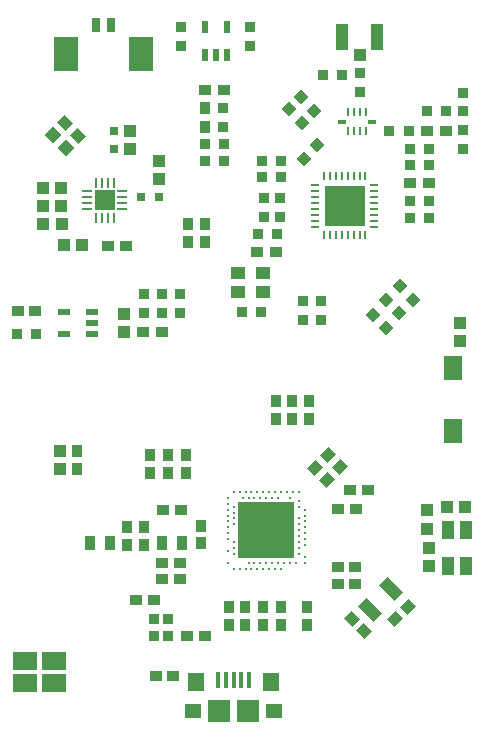
<source format=gtp>
G04 Layer_Color=8421504*
%FSLAX25Y25*%
%MOIN*%
G70*
G01*
G75*
%ADD10R,0.04134X0.03543*%
%ADD11R,0.06299X0.07874*%
%ADD12R,0.03740X0.03543*%
%ADD13R,0.03937X0.04134*%
%ADD14R,0.03543X0.04134*%
%ADD15R,0.04331X0.05905*%
%ADD16R,0.03150X0.01181*%
%ADD17R,0.00984X0.03150*%
%ADD18R,0.01575X0.05315*%
%ADD19R,0.05512X0.06299*%
%ADD20R,0.05709X0.05118*%
%ADD21R,0.07480X0.07480*%
%ADD22R,0.03150X0.03150*%
G04:AMPARAMS|DCode=23|XSize=35.43mil|YSize=41.34mil|CornerRadius=0mil|HoleSize=0mil|Usage=FLASHONLY|Rotation=315.000|XOffset=0mil|YOffset=0mil|HoleType=Round|Shape=Rectangle|*
%AMROTATEDRECTD23*
4,1,4,-0.02714,-0.00209,0.00209,0.02714,0.02714,0.00209,-0.00209,-0.02714,-0.02714,-0.00209,0.0*
%
%ADD23ROTATEDRECTD23*%

%ADD24R,0.03937X0.03740*%
%ADD25R,0.13386X0.13583*%
%ADD26O,0.03150X0.00787*%
%ADD27O,0.00787X0.03150*%
%ADD28R,0.04134X0.08661*%
%ADD29R,0.03937X0.03937*%
%ADD30R,0.02362X0.04331*%
%ADD31R,0.03543X0.03740*%
%ADD32R,0.04134X0.03937*%
G04:AMPARAMS|DCode=33|XSize=35.43mil|YSize=37.4mil|CornerRadius=0mil|HoleSize=0mil|Usage=FLASHONLY|Rotation=225.000|XOffset=0mil|YOffset=0mil|HoleType=Round|Shape=Rectangle|*
%AMROTATEDRECTD33*
4,1,4,-0.00070,0.02575,0.02575,-0.00070,0.00070,-0.02575,-0.02575,0.00070,-0.00070,0.02575,0.0*
%
%ADD33ROTATEDRECTD33*%

G04:AMPARAMS|DCode=34|XSize=35.43mil|YSize=37.4mil|CornerRadius=0mil|HoleSize=0mil|Usage=FLASHONLY|Rotation=315.000|XOffset=0mil|YOffset=0mil|HoleType=Round|Shape=Rectangle|*
%AMROTATEDRECTD34*
4,1,4,-0.02575,-0.00070,0.00070,0.02575,0.02575,0.00070,-0.00070,-0.02575,-0.02575,-0.00070,0.0*
%
%ADD34ROTATEDRECTD34*%

%ADD35R,0.03740X0.03937*%
%ADD36R,0.03661X0.04921*%
%ADD37R,0.03347X0.03740*%
G04:AMPARAMS|DCode=38|XSize=39.37mil|YSize=70.87mil|CornerRadius=0mil|HoleSize=0mil|Usage=FLASHONLY|Rotation=45.000|XOffset=0mil|YOffset=0mil|HoleType=Round|Shape=Rectangle|*
%AMROTATEDRECTD38*
4,1,4,0.01114,-0.03897,-0.03897,0.01114,-0.01114,0.03897,0.03897,-0.01114,0.01114,-0.03897,0.0*
%
%ADD38ROTATEDRECTD38*%

G04:AMPARAMS|DCode=39|XSize=35.43mil|YSize=41.34mil|CornerRadius=0mil|HoleSize=0mil|Usage=FLASHONLY|Rotation=225.000|XOffset=0mil|YOffset=0mil|HoleType=Round|Shape=Rectangle|*
%AMROTATEDRECTD39*
4,1,4,-0.00209,0.02714,0.02714,-0.00209,0.00209,-0.02714,-0.02714,0.00209,-0.00209,0.02714,0.0*
%
%ADD39ROTATEDRECTD39*%

%ADD40R,0.05118X0.04331*%
%ADD41R,0.03150X0.05118*%
%ADD42R,0.08268X0.11811*%
G04:AMPARAMS|DCode=43|XSize=39.37mil|YSize=41.34mil|CornerRadius=0mil|HoleSize=0mil|Usage=FLASHONLY|Rotation=225.000|XOffset=0mil|YOffset=0mil|HoleType=Round|Shape=Rectangle|*
%AMROTATEDRECTD43*
4,1,4,-0.00070,0.02854,0.02854,-0.00070,0.00070,-0.02854,-0.02854,0.00070,-0.00070,0.02854,0.0*
%
%ADD43ROTATEDRECTD43*%

%ADD44R,0.03150X0.03150*%
%ADD45R,0.00787X0.03347*%
%ADD46R,0.03347X0.00787*%
%ADD47R,0.06614X0.06614*%
%ADD48R,0.08031X0.06063*%
%ADD49R,0.03583X0.03780*%
%ADD50R,0.19095X0.19095*%
%ADD52R,0.04331X0.02362*%
%ADD85C,0.01181*%
D10*
X130622Y61231D02*
D03*
X124717D02*
D03*
X130830Y80524D02*
D03*
X124924D02*
D03*
X134829Y87024D02*
D03*
X128924D02*
D03*
X64047Y25000D02*
D03*
X69953D02*
D03*
X66597Y80150D02*
D03*
X72503D02*
D03*
X72003Y57150D02*
D03*
X66097D02*
D03*
X63503Y50150D02*
D03*
X57597D02*
D03*
X74597Y38150D02*
D03*
X80503D02*
D03*
X130622Y55574D02*
D03*
X124717D02*
D03*
X72003Y62650D02*
D03*
X66097D02*
D03*
X54003Y168150D02*
D03*
X48097D02*
D03*
X23953Y146500D02*
D03*
X18047D02*
D03*
D11*
X163050Y127780D02*
D03*
Y106520D02*
D03*
D12*
X99220Y146130D02*
D03*
X92921D02*
D03*
X99400Y191150D02*
D03*
X105700D02*
D03*
X104349Y172150D02*
D03*
X98050D02*
D03*
X148900Y183150D02*
D03*
X155200D02*
D03*
X148900Y177650D02*
D03*
X155200D02*
D03*
X148900Y195150D02*
D03*
X155200D02*
D03*
X155200Y200650D02*
D03*
X148900D02*
D03*
X160700Y213150D02*
D03*
X154400D02*
D03*
X119900Y225150D02*
D03*
X126200D02*
D03*
X99400Y196650D02*
D03*
X105700D02*
D03*
X86700D02*
D03*
X80400Y196650D02*
D03*
X86700Y202150D02*
D03*
X80400Y202150D02*
D03*
X17850Y139000D02*
D03*
X24150D02*
D03*
D13*
X32000Y93949D02*
D03*
Y100051D02*
D03*
X155050Y61599D02*
D03*
Y67701D02*
D03*
X154550Y80201D02*
D03*
Y74099D02*
D03*
X165550Y136599D02*
D03*
Y142701D02*
D03*
X65050Y196701D02*
D03*
Y190599D02*
D03*
X55550Y200497D02*
D03*
Y206599D02*
D03*
X53550Y139599D02*
D03*
Y145701D02*
D03*
D14*
X37950Y93897D02*
D03*
Y99803D02*
D03*
X80439Y175628D02*
D03*
Y169722D02*
D03*
X74964Y175689D02*
D03*
X74964Y169783D02*
D03*
X74050Y92697D02*
D03*
X74050Y98603D02*
D03*
X68050Y92697D02*
D03*
Y98603D02*
D03*
X62050Y92697D02*
D03*
Y98603D02*
D03*
X79050Y75103D02*
D03*
Y69197D02*
D03*
X114377Y42071D02*
D03*
Y47977D02*
D03*
X105877Y42071D02*
D03*
Y47977D02*
D03*
X99877Y42071D02*
D03*
Y47977D02*
D03*
X93877Y42071D02*
D03*
Y47977D02*
D03*
X88377Y42071D02*
D03*
Y47977D02*
D03*
X115050Y116603D02*
D03*
Y110697D02*
D03*
X109550Y116603D02*
D03*
Y110697D02*
D03*
X104050Y116603D02*
D03*
Y110697D02*
D03*
X60050Y74603D02*
D03*
Y68697D02*
D03*
X54550Y74603D02*
D03*
Y68697D02*
D03*
D15*
X161597Y73555D02*
D03*
X167503Y73555D02*
D03*
Y61744D02*
D03*
X161597D02*
D03*
D16*
X135971Y209650D02*
D03*
X126129D02*
D03*
D17*
X134003Y212800D02*
D03*
X132034D02*
D03*
X130066D02*
D03*
X128097D02*
D03*
X134003Y206500D02*
D03*
X132034D02*
D03*
X130066D02*
D03*
X128097D02*
D03*
D18*
X95118Y23766D02*
D03*
X92559D02*
D03*
X90000D02*
D03*
X87441D02*
D03*
X84882D02*
D03*
D19*
X102598Y22880D02*
D03*
X77402D02*
D03*
D20*
X76516Y13234D02*
D03*
X103484D02*
D03*
D21*
X85276D02*
D03*
X94724D02*
D03*
D22*
X50050Y206548D02*
D03*
X50050Y200642D02*
D03*
D23*
X121465Y98612D02*
D03*
X117289Y94436D02*
D03*
X125465Y94612D02*
D03*
X121289Y90436D02*
D03*
X143912Y43912D02*
D03*
X148088Y48088D02*
D03*
D24*
X97900Y166150D02*
D03*
X104200D02*
D03*
X155200Y189150D02*
D03*
X148900D02*
D03*
X160700Y206650D02*
D03*
X154400D02*
D03*
X86700Y220150D02*
D03*
X80400D02*
D03*
X66200Y139650D02*
D03*
X59900D02*
D03*
D25*
X127050Y181650D02*
D03*
D26*
X117208Y174760D02*
D03*
Y176729D02*
D03*
Y178697D02*
D03*
Y180666D02*
D03*
Y182634D02*
D03*
Y184603D02*
D03*
Y186571D02*
D03*
Y188540D02*
D03*
X136892D02*
D03*
Y186571D02*
D03*
Y184603D02*
D03*
Y182634D02*
D03*
Y180666D02*
D03*
Y178697D02*
D03*
Y176729D02*
D03*
Y174760D02*
D03*
D27*
X120160Y191492D02*
D03*
X122129D02*
D03*
X124097D02*
D03*
X126066D02*
D03*
X128034D02*
D03*
X130003D02*
D03*
X131971D02*
D03*
X133940D02*
D03*
Y171808D02*
D03*
X131971D02*
D03*
X130003D02*
D03*
X128034D02*
D03*
X126066D02*
D03*
X124097D02*
D03*
X122129D02*
D03*
X120160D02*
D03*
D28*
X137861Y238000D02*
D03*
X126247D02*
D03*
D29*
X132054Y232095D02*
D03*
D30*
X80310Y231926D02*
D03*
X84050Y231926D02*
D03*
X87790D02*
D03*
Y241374D02*
D03*
X80310D02*
D03*
D31*
X72550Y235000D02*
D03*
Y241300D02*
D03*
X113050Y143500D02*
D03*
Y149800D02*
D03*
X119050Y143500D02*
D03*
Y149800D02*
D03*
X100050Y184300D02*
D03*
Y178000D02*
D03*
X105550Y184300D02*
D03*
Y178000D02*
D03*
X166550Y200500D02*
D03*
Y206800D02*
D03*
X166550Y219449D02*
D03*
X166550Y213150D02*
D03*
X86550Y208000D02*
D03*
Y214300D02*
D03*
X132050Y219500D02*
D03*
Y225800D02*
D03*
X60050Y152300D02*
D03*
Y146000D02*
D03*
X66050Y152300D02*
D03*
Y146000D02*
D03*
X72050Y152300D02*
D03*
Y146000D02*
D03*
X95550Y241300D02*
D03*
Y235000D02*
D03*
D32*
X160999Y81150D02*
D03*
X167101D02*
D03*
X32652Y175548D02*
D03*
X26550D02*
D03*
X32601Y181650D02*
D03*
X26499D02*
D03*
X32601Y187650D02*
D03*
X26499D02*
D03*
X39601Y168650D02*
D03*
X33499D02*
D03*
D33*
X140777Y140923D02*
D03*
X136323Y145377D02*
D03*
X149777Y150423D02*
D03*
X145323Y154877D02*
D03*
X116777Y213423D02*
D03*
X112323Y217877D02*
D03*
X108323Y213877D02*
D03*
X112777Y209423D02*
D03*
X145277Y145923D02*
D03*
X140823Y150377D02*
D03*
D34*
X117777Y201877D02*
D03*
X113323Y197423D02*
D03*
D35*
X80550Y208000D02*
D03*
X80550Y214300D02*
D03*
D36*
X66164Y69150D02*
D03*
X72936D02*
D03*
X48936D02*
D03*
X42164D02*
D03*
D37*
X68141Y38170D02*
D03*
X63613Y38170D02*
D03*
Y43878D02*
D03*
X68141D02*
D03*
D38*
X142357Y54004D02*
D03*
X135397Y47044D02*
D03*
D39*
X133588Y39912D02*
D03*
X129412Y44088D02*
D03*
X33962Y209238D02*
D03*
X38138Y205062D02*
D03*
D40*
X91416Y152902D02*
D03*
X99684D02*
D03*
Y159398D02*
D03*
X91416D02*
D03*
D41*
X44089Y241796D02*
D03*
X49011Y241796D02*
D03*
D42*
X59050Y232150D02*
D03*
X34050Y232150D02*
D03*
D43*
X29893Y205308D02*
D03*
X34207Y200992D02*
D03*
D44*
X65050Y184548D02*
D03*
X59145D02*
D03*
D45*
X44097Y177780D02*
D03*
X46066D02*
D03*
X48034Y177780D02*
D03*
X50003D02*
D03*
Y189315D02*
D03*
X48034D02*
D03*
X46066D02*
D03*
X44097D02*
D03*
D46*
X52818Y180595D02*
D03*
Y182563D02*
D03*
Y184532D02*
D03*
X52818Y186500D02*
D03*
X41282D02*
D03*
Y184532D02*
D03*
Y182563D02*
D03*
Y180595D02*
D03*
D47*
X47050Y183548D02*
D03*
D48*
X30000Y30099D02*
D03*
X30000Y22500D02*
D03*
X20394Y30098D02*
D03*
Y22500D02*
D03*
D49*
X148377Y206650D02*
D03*
X141723D02*
D03*
D50*
X100877Y73524D02*
D03*
D52*
X42774Y138910D02*
D03*
Y142650D02*
D03*
Y146390D02*
D03*
X33326D02*
D03*
Y138910D02*
D03*
D85*
X90050Y86319D02*
D03*
X92019D02*
D03*
X93987D02*
D03*
X95955D02*
D03*
X97924D02*
D03*
X99892D02*
D03*
X101861D02*
D03*
X103830D02*
D03*
X105798D02*
D03*
X111704D02*
D03*
X88082Y84351D02*
D03*
X93003D02*
D03*
X94971D02*
D03*
X96940D02*
D03*
X98908D02*
D03*
X100877D02*
D03*
X102845D02*
D03*
X104814D02*
D03*
X108751D02*
D03*
X111704Y83367D02*
D03*
X88082Y82382D02*
D03*
X90050Y81398D02*
D03*
X111704D02*
D03*
X88082Y80414D02*
D03*
X113672D02*
D03*
X90050Y79430D02*
D03*
X88082Y78445D02*
D03*
X113672D02*
D03*
X90050Y77461D02*
D03*
X111704D02*
D03*
X88082Y76477D02*
D03*
X113672D02*
D03*
X90050Y75493D02*
D03*
X111704D02*
D03*
X88082Y74508D02*
D03*
X113672D02*
D03*
X111704Y73524D02*
D03*
X88082Y72540D02*
D03*
X113672D02*
D03*
X111704Y71556D02*
D03*
X88082Y70571D02*
D03*
X113672D02*
D03*
X90050Y69587D02*
D03*
X111704D02*
D03*
X113672Y68603D02*
D03*
X90050Y67619D02*
D03*
X111704D02*
D03*
X88082Y66634D02*
D03*
X111704Y65650D02*
D03*
X113672Y64666D02*
D03*
X90050Y65650D02*
D03*
X88082Y62697D02*
D03*
X94971D02*
D03*
X96940D02*
D03*
X98908D02*
D03*
X100877D02*
D03*
X102845D02*
D03*
X104814D02*
D03*
X106782D02*
D03*
X108751D02*
D03*
X110719D02*
D03*
X113672D02*
D03*
X90050Y60729D02*
D03*
X93987D02*
D03*
X95955D02*
D03*
X97924D02*
D03*
X99892D02*
D03*
X101861D02*
D03*
X103830D02*
D03*
X105798D02*
D03*
X92019D02*
D03*
X109735Y86319D02*
D03*
X107766D02*
D03*
M02*

</source>
